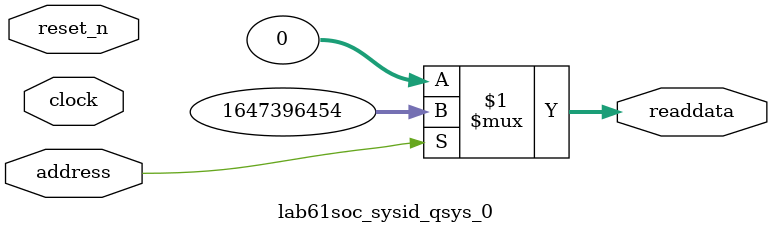
<source format=v>



// synthesis translate_off
`timescale 1ns / 1ps
// synthesis translate_on

// turn off superfluous verilog processor warnings 
// altera message_level Level1 
// altera message_off 10034 10035 10036 10037 10230 10240 10030 

module lab61soc_sysid_qsys_0 (
               // inputs:
                address,
                clock,
                reset_n,

               // outputs:
                readdata
             )
;

  output  [ 31: 0] readdata;
  input            address;
  input            clock;
  input            reset_n;

  wire    [ 31: 0] readdata;
  //control_slave, which is an e_avalon_slave
  assign readdata = address ? 1647396454 : 0;

endmodule



</source>
